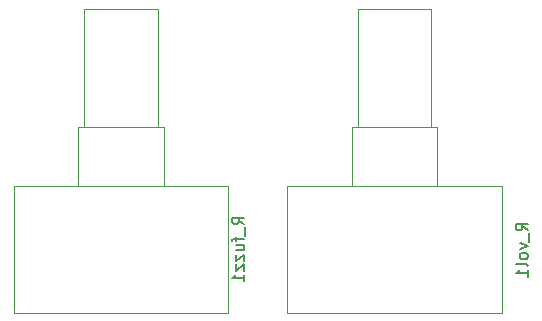
<source format=gbr>
%TF.GenerationSoftware,KiCad,Pcbnew,9.0.0*%
%TF.CreationDate,2025-04-02T21:44:06-06:00*%
%TF.ProjectId,FuzzFace2copy,46757a7a-4661-4636-9532-636f70792e6b,rev?*%
%TF.SameCoordinates,Original*%
%TF.FileFunction,Legend,Bot*%
%TF.FilePolarity,Positive*%
%FSLAX46Y46*%
G04 Gerber Fmt 4.6, Leading zero omitted, Abs format (unit mm)*
G04 Created by KiCad (PCBNEW 9.0.0) date 2025-04-02 21:44:06*
%MOMM*%
%LPD*%
G01*
G04 APERTURE LIST*
%ADD10C,0.150000*%
%ADD11C,0.120000*%
G04 APERTURE END LIST*
D10*
X177454819Y-47857142D02*
X176978628Y-47523809D01*
X177454819Y-47285714D02*
X176454819Y-47285714D01*
X176454819Y-47285714D02*
X176454819Y-47666666D01*
X176454819Y-47666666D02*
X176502438Y-47761904D01*
X176502438Y-47761904D02*
X176550057Y-47809523D01*
X176550057Y-47809523D02*
X176645295Y-47857142D01*
X176645295Y-47857142D02*
X176788152Y-47857142D01*
X176788152Y-47857142D02*
X176883390Y-47809523D01*
X176883390Y-47809523D02*
X176931009Y-47761904D01*
X176931009Y-47761904D02*
X176978628Y-47666666D01*
X176978628Y-47666666D02*
X176978628Y-47285714D01*
X177550057Y-48047619D02*
X177550057Y-48809523D01*
X176788152Y-48952381D02*
X177454819Y-49190476D01*
X177454819Y-49190476D02*
X176788152Y-49428571D01*
X177454819Y-49952381D02*
X177407200Y-49857143D01*
X177407200Y-49857143D02*
X177359580Y-49809524D01*
X177359580Y-49809524D02*
X177264342Y-49761905D01*
X177264342Y-49761905D02*
X176978628Y-49761905D01*
X176978628Y-49761905D02*
X176883390Y-49809524D01*
X176883390Y-49809524D02*
X176835771Y-49857143D01*
X176835771Y-49857143D02*
X176788152Y-49952381D01*
X176788152Y-49952381D02*
X176788152Y-50095238D01*
X176788152Y-50095238D02*
X176835771Y-50190476D01*
X176835771Y-50190476D02*
X176883390Y-50238095D01*
X176883390Y-50238095D02*
X176978628Y-50285714D01*
X176978628Y-50285714D02*
X177264342Y-50285714D01*
X177264342Y-50285714D02*
X177359580Y-50238095D01*
X177359580Y-50238095D02*
X177407200Y-50190476D01*
X177407200Y-50190476D02*
X177454819Y-50095238D01*
X177454819Y-50095238D02*
X177454819Y-49952381D01*
X177454819Y-50857143D02*
X177407200Y-50761905D01*
X177407200Y-50761905D02*
X177311961Y-50714286D01*
X177311961Y-50714286D02*
X176454819Y-50714286D01*
X177454819Y-51761905D02*
X177454819Y-51190477D01*
X177454819Y-51476191D02*
X176454819Y-51476191D01*
X176454819Y-51476191D02*
X176597676Y-51380953D01*
X176597676Y-51380953D02*
X176692914Y-51285715D01*
X176692914Y-51285715D02*
X176740533Y-51190477D01*
X153454819Y-47354761D02*
X152978628Y-47021428D01*
X153454819Y-46783333D02*
X152454819Y-46783333D01*
X152454819Y-46783333D02*
X152454819Y-47164285D01*
X152454819Y-47164285D02*
X152502438Y-47259523D01*
X152502438Y-47259523D02*
X152550057Y-47307142D01*
X152550057Y-47307142D02*
X152645295Y-47354761D01*
X152645295Y-47354761D02*
X152788152Y-47354761D01*
X152788152Y-47354761D02*
X152883390Y-47307142D01*
X152883390Y-47307142D02*
X152931009Y-47259523D01*
X152931009Y-47259523D02*
X152978628Y-47164285D01*
X152978628Y-47164285D02*
X152978628Y-46783333D01*
X153550057Y-47545238D02*
X153550057Y-48307142D01*
X152788152Y-48402381D02*
X152788152Y-48783333D01*
X153454819Y-48545238D02*
X152597676Y-48545238D01*
X152597676Y-48545238D02*
X152502438Y-48592857D01*
X152502438Y-48592857D02*
X152454819Y-48688095D01*
X152454819Y-48688095D02*
X152454819Y-48783333D01*
X152788152Y-49545238D02*
X153454819Y-49545238D01*
X152788152Y-49116667D02*
X153311961Y-49116667D01*
X153311961Y-49116667D02*
X153407200Y-49164286D01*
X153407200Y-49164286D02*
X153454819Y-49259524D01*
X153454819Y-49259524D02*
X153454819Y-49402381D01*
X153454819Y-49402381D02*
X153407200Y-49497619D01*
X153407200Y-49497619D02*
X153359580Y-49545238D01*
X152788152Y-49926191D02*
X152788152Y-50450000D01*
X152788152Y-50450000D02*
X153454819Y-49926191D01*
X153454819Y-49926191D02*
X153454819Y-50450000D01*
X152788152Y-50735715D02*
X152788152Y-51259524D01*
X152788152Y-51259524D02*
X153454819Y-50735715D01*
X153454819Y-50735715D02*
X153454819Y-51259524D01*
X153454819Y-52164286D02*
X153454819Y-51592858D01*
X153454819Y-51878572D02*
X152454819Y-51878572D01*
X152454819Y-51878572D02*
X152597676Y-51783334D01*
X152597676Y-51783334D02*
X152692914Y-51688096D01*
X152692914Y-51688096D02*
X152740533Y-51592858D01*
D11*
%TO.C,R_vol1*%
X157107525Y-54820000D02*
X157107525Y-44080000D01*
X162557525Y-44080000D02*
X162557525Y-39080000D01*
X163057525Y-39080000D02*
X163057525Y-29080000D01*
X169297525Y-29080000D02*
X163057525Y-29080000D01*
X169297525Y-39080000D02*
X169297525Y-29080000D01*
X169797525Y-39080000D02*
X162557525Y-39080000D01*
X169797525Y-44080000D02*
X169797525Y-39080000D01*
X175247525Y-44080000D02*
X157107525Y-44080000D01*
X175247525Y-54820000D02*
X157107525Y-54820000D01*
X175247525Y-54820000D02*
X175247525Y-44080000D01*
%TO.C,R_fuzz1*%
X133930000Y-54820000D02*
X133930000Y-44080000D01*
X139380000Y-44080000D02*
X139380000Y-39080000D01*
X139880000Y-39080000D02*
X139880000Y-29080000D01*
X146120000Y-29080000D02*
X139880000Y-29080000D01*
X146120000Y-39080000D02*
X146120000Y-29080000D01*
X146620000Y-39080000D02*
X139380000Y-39080000D01*
X146620000Y-44080000D02*
X146620000Y-39080000D01*
X152070000Y-44080000D02*
X133930000Y-44080000D01*
X152070000Y-54820000D02*
X133930000Y-54820000D01*
X152070000Y-54820000D02*
X152070000Y-44080000D01*
%TD*%
M02*

</source>
